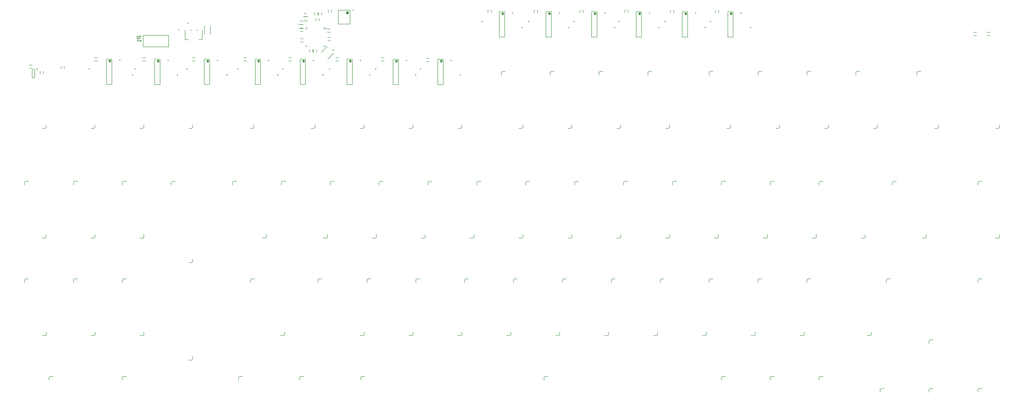
<source format=gbo>
G04*
G04 #@! TF.GenerationSoftware,Altium Limited,Altium Designer,23.5.1 (21)*
G04*
G04 Layer_Color=32896*
%FSLAX25Y25*%
%MOIN*%
G70*
G04*
G04 #@! TF.SameCoordinates,508BA793-0958-4452-B0AF-20FDD5A17331*
G04*
G04*
G04 #@! TF.FilePolarity,Positive*
G04*
G01*
G75*
%ADD10C,0.00984*%
%ADD11C,0.01000*%
%ADD12C,0.00787*%
%ADD33C,0.01968*%
%ADD88C,0.02362*%
%ADD89C,0.00500*%
D10*
X483273Y548140D02*
G03*
X483273Y548140I-492J0D01*
G01*
X998846Y621054D02*
G03*
X998846Y621054I-492J0D01*
G01*
X1083922Y598731D02*
G03*
X1083922Y598731I-492J0D01*
G01*
X290339Y605429D02*
G03*
X290339Y605429I-492J0D01*
G01*
X544138Y625516D02*
G03*
X544138Y625516I-492J0D01*
G01*
X503090Y597449D02*
G03*
X503090Y597449I-492J0D01*
G01*
X513641Y564149D02*
G03*
X513641Y564149I-492J0D01*
G01*
X58906Y535087D02*
G03*
X58906Y535087I-492J0D01*
G01*
X205602Y525817D02*
G03*
X205602Y525817I-492J0D01*
G01*
X1092212Y608180D02*
G03*
X1092212Y608180I-492J0D01*
G01*
X1153636Y598731D02*
G03*
X1153636Y598731I-492J0D01*
G01*
X1139275Y621054D02*
G03*
X1139275Y621054I-492J0D01*
G01*
X1022498Y608180D02*
G03*
X1022498Y608180I-492J0D01*
G01*
X1069560Y621054D02*
G03*
X1069560Y621054I-492J0D01*
G01*
X951783Y608180D02*
G03*
X951783Y608180I-492J0D01*
G01*
X1013207Y598731D02*
G03*
X1013207Y598731I-492J0D01*
G01*
X883069Y608180D02*
G03*
X883069Y608180I-492J0D01*
G01*
X945270Y598731D02*
G03*
X945270Y598731I-492J0D01*
G01*
X930391Y621054D02*
G03*
X930391Y621054I-492J0D01*
G01*
X813354Y608180D02*
G03*
X813354Y608180I-492J0D01*
G01*
X874778Y598731D02*
G03*
X874778Y598731I-492J0D01*
G01*
X860417Y621054D02*
G03*
X860417Y621054I-492J0D01*
G01*
X741640Y608180D02*
G03*
X741640Y608180I-492J0D01*
G01*
X803064Y598731D02*
G03*
X803064Y598731I-492J0D01*
G01*
X788702Y621054D02*
G03*
X788702Y621054I-492J0D01*
G01*
X708778Y525817D02*
G03*
X708778Y525817I-492J0D01*
G01*
X694416Y548140D02*
G03*
X694416Y548140I-492J0D01*
G01*
X647354Y535266D02*
G03*
X647354Y535266I-492J0D01*
G01*
X640063Y525817D02*
G03*
X640063Y525817I-492J0D01*
G01*
X578639Y535266D02*
G03*
X578639Y535266I-492J0D01*
G01*
X625702Y548140D02*
G03*
X625702Y548140I-492J0D01*
G01*
X569349Y525817D02*
G03*
X569349Y525817I-492J0D01*
G01*
X507925Y535266D02*
G03*
X507925Y535266I-492J0D01*
G01*
X554987Y548140D02*
G03*
X554987Y548140I-492J0D01*
G01*
X497634Y525817D02*
G03*
X497634Y525817I-492J0D01*
G01*
X436210Y535266D02*
G03*
X436210Y535266I-492J0D01*
G01*
X367181D02*
G03*
X367181Y535266I-492J0D01*
G01*
X428605Y525817D02*
G03*
X428605Y525817I-492J0D01*
G01*
X414244Y548140D02*
G03*
X414244Y548140I-492J0D01*
G01*
X350576Y525817D02*
G03*
X350576Y525817I-492J0D01*
G01*
X289153Y535266D02*
G03*
X289153Y535266I-492J0D01*
G01*
X336215Y548140D02*
G03*
X336215Y548140I-492J0D01*
G01*
X274548Y525817D02*
G03*
X274548Y525817I-492J0D01*
G01*
X209529Y535266D02*
G03*
X209529Y535266I-492J0D01*
G01*
X260187Y548140D02*
G03*
X260187Y548140I-492J0D01*
G01*
X139095Y535266D02*
G03*
X139095Y535266I-492J0D01*
G01*
X186093Y548348D02*
G03*
X186093Y548348I-492J0D01*
G01*
D11*
X218050Y585350D02*
X212052D01*
Y582351D01*
X213052Y581352D01*
X215051D01*
X216051Y582351D01*
Y585350D01*
X218050Y579352D02*
Y577353D01*
Y578353D01*
X212052D01*
X213052Y579352D01*
D12*
X470559Y511053D02*
Y550029D01*
X462301Y511053D02*
X470559D01*
X462301D02*
Y550029D01*
X470559D01*
X491461Y608933D02*
Y613067D01*
X486539Y608933D02*
Y613067D01*
X460114Y603456D02*
X467225D01*
X460114Y597132D02*
X467225D01*
X467114Y615456D02*
X474225D01*
X467114Y609132D02*
X474225D01*
X1495089Y591483D02*
X1500061D01*
X1495089Y586512D02*
X1500061D01*
X1515819Y586516D02*
X1520791D01*
X1515819Y591487D02*
X1520791D01*
X977874Y622943D02*
X986132D01*
X977874Y583967D02*
Y622943D01*
Y583967D02*
X986132D01*
Y622943D01*
X375933Y547539D02*
X380067D01*
X375933Y552461D02*
X380067D01*
X221512Y569142D02*
X260488D01*
Y586858D01*
X221512Y569142D02*
Y586858D01*
X260488D01*
X285811Y594701D02*
X286598D01*
X293291D02*
X295654D01*
X302346D02*
X304709D01*
X311402D02*
X312189D01*
Y580134D02*
Y594701D01*
X285811Y580134D02*
X291126D01*
X306874D02*
X312189D01*
X285811D02*
Y594701D01*
X315429Y588492D02*
Y601508D01*
X324705Y588492D02*
Y601508D01*
X274819Y595000D02*
X277181D01*
X482541Y561027D02*
Y565162D01*
X487462Y561027D02*
Y565162D01*
X461602Y608755D02*
X465736D01*
X461602Y603833D02*
X465736D01*
X504209Y591442D02*
X508343D01*
X504209Y596363D02*
X508343D01*
X504933Y583461D02*
X509067D01*
X504933Y578539D02*
X509067D01*
X538724Y604039D02*
Y625299D01*
X520614Y604039D02*
Y625299D01*
X538724D01*
X520614Y604039D02*
X538724D01*
X462269Y597699D02*
X466403D01*
X462269Y592778D02*
X466403D01*
X462933Y581461D02*
X467067D01*
X462933Y576539D02*
X467067D01*
X476712Y561027D02*
Y565161D01*
X481633Y561027D02*
Y565161D01*
X490539Y617933D02*
Y622067D01*
X495461Y617933D02*
Y622067D01*
X489461Y617933D02*
Y622067D01*
X484539Y617933D02*
Y622067D01*
X505539Y621933D02*
Y626067D01*
X510461Y621933D02*
Y626067D01*
X468027Y620755D02*
X472161D01*
X468027Y615834D02*
X472161D01*
X497874Y569299D02*
X500039D01*
Y571464D01*
X471299Y569299D02*
X473464D01*
X471299D02*
Y571464D01*
Y595874D02*
Y598039D01*
X473464D01*
X497874D02*
X500039D01*
Y595874D02*
Y598039D01*
X504867Y550439D02*
X513775Y559347D01*
X494706Y560600D02*
X503614Y569508D01*
X891539Y621508D02*
Y625642D01*
X896461Y621508D02*
Y625642D01*
X95539Y535358D02*
Y539492D01*
X100461Y535358D02*
Y539492D01*
X51031Y534102D02*
X54969D01*
X51031Y521898D02*
X54969D01*
Y534102D01*
X51031Y521898D02*
Y534102D01*
X296933Y552461D02*
X301067D01*
X296933Y547539D02*
X301067D01*
X63539Y527508D02*
Y531642D01*
X68461Y527508D02*
Y531642D01*
X46911Y536062D02*
X51045D01*
X46911Y540984D02*
X51045D01*
X1118303Y622943D02*
X1126561D01*
X1118303Y583967D02*
Y622943D01*
Y583967D02*
X1126561D01*
Y622943D01*
X1104461Y621358D02*
Y625492D01*
X1099539Y621358D02*
Y625492D01*
X1048589Y622943D02*
X1056846D01*
X1048589Y583967D02*
Y622943D01*
Y583967D02*
X1056846D01*
Y622943D01*
X1035461Y621358D02*
Y625492D01*
X1030539Y621358D02*
Y625492D01*
X965461Y621933D02*
Y626067D01*
X960539Y621933D02*
Y626067D01*
X909420Y622943D02*
X917677D01*
X909420Y583967D02*
Y622943D01*
Y583967D02*
X917677D01*
Y622943D01*
X826461Y621508D02*
Y625642D01*
X821539Y621508D02*
Y625642D01*
X839445Y622943D02*
X847703D01*
X839445Y583967D02*
Y622943D01*
Y583967D02*
X847703D01*
Y622943D01*
X755461Y621933D02*
Y626067D01*
X750539Y621933D02*
Y626067D01*
X767731Y622943D02*
X775988D01*
X767731Y583967D02*
Y622943D01*
Y583967D02*
X775988D01*
Y622943D01*
X655933Y551461D02*
X660067D01*
X655933Y546539D02*
X660067D01*
X673445Y550029D02*
X681702D01*
X673445Y511053D02*
Y550029D01*
Y511053D02*
X681702D01*
Y550029D01*
X604730D02*
X612988D01*
X604730Y511053D02*
Y550029D01*
Y511053D02*
X612988D01*
Y550029D01*
X586933Y552461D02*
X591067D01*
X586933Y547539D02*
X591067D01*
X534016Y550029D02*
X542273D01*
X534016Y511053D02*
Y550029D01*
Y511053D02*
X542273D01*
Y550029D01*
X516933Y552461D02*
X521067D01*
X516933Y547539D02*
X521067D01*
X444933Y552461D02*
X449067D01*
X444933Y547539D02*
X449067D01*
X393273Y550029D02*
X401530D01*
X393273Y511053D02*
Y550029D01*
Y511053D02*
X401530D01*
Y550029D01*
X315244D02*
X323501D01*
X315244Y511053D02*
Y550029D01*
Y511053D02*
X323501D01*
Y550029D01*
X239215D02*
X247472D01*
X239215Y511053D02*
Y550029D01*
Y511053D02*
X247472D01*
Y550029D01*
X220933Y552461D02*
X225067D01*
X220933Y547539D02*
X225067D01*
X146933Y552461D02*
X151067D01*
X146933Y547539D02*
X151067D01*
X165121Y550238D02*
X173379D01*
X165121Y511262D02*
Y550238D01*
Y511262D02*
X173379D01*
Y550238D01*
D33*
X468590Y547077D02*
G03*
X468590Y547077I-984J0D01*
G01*
X984163Y619991D02*
G03*
X984163Y619991I-984J0D01*
G01*
X1124592D02*
G03*
X1124592Y619991I-984J0D01*
G01*
X1054878D02*
G03*
X1054878Y619991I-984J0D01*
G01*
X915709D02*
G03*
X915709Y619991I-984J0D01*
G01*
X845734D02*
G03*
X845734Y619991I-984J0D01*
G01*
X774020D02*
G03*
X774020Y619991I-984J0D01*
G01*
X679734Y547077D02*
G03*
X679734Y547077I-984J0D01*
G01*
X611019D02*
G03*
X611019Y547077I-984J0D01*
G01*
X540305D02*
G03*
X540305Y547077I-984J0D01*
G01*
X399561D02*
G03*
X399561Y547077I-984J0D01*
G01*
X321533D02*
G03*
X321533Y547077I-984J0D01*
G01*
X245504D02*
G03*
X245504Y547077I-984J0D01*
G01*
X171410Y547285D02*
G03*
X171410Y547285I-984J0D01*
G01*
D88*
X535968Y621362D02*
G03*
X535968Y621362I-1181J0D01*
G01*
D89*
X1529132Y443720D02*
X1533742D01*
X1535321Y445299D01*
Y449441D01*
X1535321Y449441D02*
X1535321Y449441D01*
X1428758Y118780D02*
X1433368D01*
X1427179Y117201D02*
X1428758Y118780D01*
X1427179Y113059D02*
Y117201D01*
Y113059D02*
X1427179Y113059D01*
X1503758Y43780D02*
X1508368D01*
X1502179Y42201D02*
X1503758Y43780D01*
X1502179Y38059D02*
Y42201D01*
Y38059D02*
X1502179Y38059D01*
X1428758Y43780D02*
X1433368D01*
X1427179Y42201D02*
X1428758Y43780D01*
X1427179Y38059D02*
Y42201D01*
Y38059D02*
X1427179Y38059D01*
X1353758Y43780D02*
X1358368D01*
X1352179Y42201D02*
X1353758Y43780D01*
X1352179Y38059D02*
Y42201D01*
Y38059D02*
X1352179Y38059D01*
X1260008Y62529D02*
X1264618D01*
X1258429Y60951D02*
X1260008Y62529D01*
X1258429Y56809D02*
Y60951D01*
Y56809D02*
X1258429Y56809D01*
X1185008Y62529D02*
X1189618D01*
X1183429Y60951D02*
X1185008Y62529D01*
X1183429Y56809D02*
Y60951D01*
Y56809D02*
X1183429Y56809D01*
X1110008Y62529D02*
X1114618D01*
X1108429Y60951D02*
X1110008Y62529D01*
X1108429Y56809D02*
Y60951D01*
Y56809D02*
X1108429Y56809D01*
X838133Y62529D02*
X842743D01*
X836554Y60951D02*
X838133Y62529D01*
X836554Y56809D02*
Y60951D01*
Y56809D02*
X836554Y56809D01*
X556883Y62529D02*
X561493D01*
X555304Y60951D02*
X556883Y62529D01*
X555304Y56809D02*
Y60951D01*
Y56809D02*
X555304Y56809D01*
X463133Y62529D02*
X467743D01*
X461554Y60951D02*
X463133Y62529D01*
X461554Y56809D02*
Y60951D01*
Y56809D02*
X461554Y56809D01*
X369383Y62529D02*
X373993D01*
X367804Y60951D02*
X369383Y62529D01*
X367804Y56809D02*
Y60951D01*
Y56809D02*
X367804Y56809D01*
X191008Y62529D02*
X195618D01*
X189429Y60951D02*
X191008Y62529D01*
X189429Y56809D02*
Y60951D01*
Y56809D02*
X189429Y56809D01*
X78758Y62529D02*
X83368D01*
X77179Y60951D02*
X78758Y62529D01*
X77179Y56809D02*
Y60951D01*
Y56809D02*
X77179Y56809D01*
X66632Y124970D02*
X71242D01*
X72821Y126549D01*
Y130691D01*
X72821Y130691D02*
X72821Y130691D01*
X141382Y124970D02*
X145992D01*
X147571Y126549D01*
Y130691D01*
X147571Y130691D02*
X147571Y130691D01*
X216382Y124970D02*
X220992D01*
X222571Y126549D01*
Y130691D01*
X222571Y130691D02*
X222571Y130691D01*
X291382Y87471D02*
X295992D01*
X297571Y89049D01*
Y93191D01*
X297571Y93191D02*
X297571Y93191D01*
X432257Y124970D02*
X436867D01*
X438446Y126549D01*
Y130691D01*
X438446Y130691D02*
X438446Y130691D01*
X554132Y124970D02*
X558742D01*
X560321Y126549D01*
Y130691D01*
X560321Y130691D02*
X560321Y130691D01*
X629132Y124970D02*
X633742D01*
X635321Y126549D01*
Y130691D01*
X635321Y130691D02*
X635321Y130691D01*
X704132Y124970D02*
X708742D01*
X710321Y126549D01*
Y130691D01*
X710321Y130691D02*
X710321Y130691D01*
X779132Y124970D02*
X783742D01*
X785321Y126549D01*
Y130691D01*
X785321Y130691D02*
X785321Y130691D01*
X854132Y124970D02*
X858742D01*
X860321Y126549D01*
Y130691D01*
X860321Y130691D02*
X860321Y130691D01*
X929132Y124970D02*
X933742D01*
X935321Y126549D01*
Y130691D01*
X935321Y130691D02*
X935321Y130691D01*
X1004132Y124970D02*
X1008742D01*
X1010321Y126549D01*
Y130691D01*
X1010321Y130691D02*
X1010321Y130691D01*
X1079132Y124970D02*
X1083742D01*
X1085321Y126549D01*
Y130691D01*
X1085321Y130691D02*
X1085321Y130691D01*
X1154132Y124970D02*
X1158742D01*
X1160321Y126549D01*
Y130691D01*
X1160321Y130691D02*
X1160321Y130691D01*
X1229132Y124970D02*
X1233742D01*
X1235321Y126549D01*
Y130691D01*
X1235321Y130691D02*
X1235321Y130691D01*
X1332257Y124970D02*
X1336867D01*
X1338446Y126549D01*
Y130691D01*
X1338446Y130691D02*
X1338446Y130691D01*
X1503758Y212529D02*
X1508368D01*
X1502179Y210951D02*
X1503758Y212529D01*
X1502179Y206809D02*
Y210951D01*
Y206809D02*
X1502179Y206809D01*
X1363133Y212529D02*
X1367743D01*
X1361554Y210951D02*
X1363133Y212529D01*
X1361554Y206809D02*
Y210951D01*
Y206809D02*
X1361554Y206809D01*
X1241258Y212529D02*
X1245868D01*
X1239679Y210951D02*
X1241258Y212529D01*
X1239679Y206809D02*
Y210951D01*
Y206809D02*
X1239679Y206809D01*
X1166258Y212529D02*
X1170868D01*
X1164679Y210951D02*
X1166258Y212529D01*
X1164679Y206809D02*
Y210951D01*
Y206809D02*
X1164679Y206809D01*
X1091258Y212529D02*
X1095868D01*
X1089679Y210951D02*
X1091258Y212529D01*
X1089679Y206809D02*
Y210951D01*
Y206809D02*
X1089679Y206809D01*
X1016258Y212529D02*
X1020868D01*
X1014679Y210951D02*
X1016258Y212529D01*
X1014679Y206809D02*
Y210951D01*
Y206809D02*
X1014679Y206809D01*
X941258Y212529D02*
X945868D01*
X939679Y210951D02*
X941258Y212529D01*
X939679Y206809D02*
Y210951D01*
Y206809D02*
X939679Y206809D01*
X866258Y212529D02*
X870868D01*
X864679Y210951D02*
X866258Y212529D01*
X864679Y206809D02*
Y210951D01*
Y206809D02*
X864679Y206809D01*
X791258Y212529D02*
X795868D01*
X789679Y210951D02*
X791258Y212529D01*
X789679Y206809D02*
Y210951D01*
Y206809D02*
X789679Y206809D01*
X716258Y212529D02*
X720868D01*
X714679Y210951D02*
X716258Y212529D01*
X714679Y206809D02*
Y210951D01*
Y206809D02*
X714679Y206809D01*
X641258Y212529D02*
X645868D01*
X639679Y210951D02*
X641258Y212529D01*
X639679Y206809D02*
Y210951D01*
Y206809D02*
X639679Y206809D01*
X566258Y212529D02*
X570868D01*
X564679Y210951D02*
X566258Y212529D01*
X564679Y206809D02*
Y210951D01*
Y206809D02*
X564679Y206809D01*
X491258Y212529D02*
X495868D01*
X489679Y210951D02*
X491258Y212529D01*
X489679Y206809D02*
Y210951D01*
Y206809D02*
X489679Y206809D01*
X388133Y212529D02*
X392743D01*
X386554Y210951D02*
X388133Y212529D01*
X386554Y206809D02*
Y210951D01*
Y206809D02*
X386554Y206809D01*
X191008Y212529D02*
X195618D01*
X189429Y210951D02*
X191008Y212529D01*
X189429Y206809D02*
Y210951D01*
Y206809D02*
X189429Y206809D01*
X116008Y212549D02*
X120618D01*
X114429Y210970D02*
X116008Y212549D01*
X114429Y206829D02*
Y210970D01*
Y206829D02*
X114429Y206829D01*
X41258Y212529D02*
X45868D01*
X39679Y210951D02*
X41258Y212529D01*
X39679Y206809D02*
Y210951D01*
Y206809D02*
X39679Y206809D01*
X66382Y274971D02*
X70992D01*
X72571Y276549D01*
Y280691D01*
X72571Y280691D02*
X72571Y280691D01*
X141382Y274971D02*
X145992D01*
X147571Y276549D01*
Y280691D01*
X147571Y280691D02*
X147571Y280691D01*
X216382Y274971D02*
X220992D01*
X222571Y276549D01*
Y280691D01*
X222571Y280691D02*
X222571Y280691D01*
X291382Y237471D02*
X295992D01*
X297571Y239049D01*
Y243191D01*
X297571Y243191D02*
X297571Y243191D01*
X404132Y274971D02*
X408742D01*
X410321Y276549D01*
Y280691D01*
X410321Y280691D02*
X410321Y280691D01*
X497882Y274971D02*
X502492D01*
X504071Y276549D01*
Y280691D01*
X504071Y280691D02*
X504071Y280691D01*
X572882Y274971D02*
X577492D01*
X579071Y276549D01*
Y280691D01*
X579071Y280691D02*
X579071Y280691D01*
X647882Y274971D02*
X652492D01*
X654071Y276549D01*
Y280691D01*
X654071Y280691D02*
X654071Y280691D01*
X722882Y274971D02*
X727492D01*
X729071Y276549D01*
Y280691D01*
X729071Y280691D02*
X729071Y280691D01*
X797882Y274971D02*
X802492D01*
X804071Y276549D01*
Y280691D01*
X804071Y280691D02*
X804071Y280691D01*
X872882Y274971D02*
X877492D01*
X879071Y276549D01*
Y280691D01*
X879071Y280691D02*
X879071Y280691D01*
X947882Y274971D02*
X952492D01*
X954071Y276549D01*
Y280691D01*
X954071Y280691D02*
X954071Y280691D01*
X1022882Y274971D02*
X1027492D01*
X1029071Y276549D01*
Y280691D01*
X1029071Y280691D02*
X1029071Y280691D01*
X1097882Y274971D02*
X1102492D01*
X1104071Y276549D01*
Y280691D01*
X1104071Y280691D02*
X1104071Y280691D01*
X1172882Y274971D02*
X1177492D01*
X1179071Y276549D01*
Y280691D01*
X1179071Y280691D02*
X1179071Y280691D01*
X1247882Y274971D02*
X1252492D01*
X1254071Y276549D01*
Y280691D01*
X1254071Y280691D02*
X1254071Y280691D01*
X1322882Y274971D02*
X1327492D01*
X1329071Y276549D01*
Y280691D01*
X1329071Y280691D02*
X1329071Y280691D01*
X1416632Y274971D02*
X1421242D01*
X1422821Y276549D01*
Y280691D01*
X1422821Y280691D02*
X1422821Y280691D01*
X1529132Y274971D02*
X1533742D01*
X1535321Y276549D01*
Y280691D01*
X1535321Y280691D02*
X1535321Y280691D01*
X1503758Y362529D02*
X1508368D01*
X1502179Y360951D02*
X1503758Y362529D01*
X1502179Y356809D02*
Y360951D01*
Y356809D02*
X1502179Y356809D01*
X1372508Y362529D02*
X1377118D01*
X1370929Y360951D02*
X1372508Y362529D01*
X1370929Y356809D02*
Y360951D01*
Y356809D02*
X1370929Y356809D01*
X1260008Y362529D02*
X1264618D01*
X1258429Y360951D02*
X1260008Y362529D01*
X1258429Y356809D02*
Y360951D01*
Y356809D02*
X1258429Y356809D01*
X1185008Y362529D02*
X1189618D01*
X1183429Y360951D02*
X1185008Y362529D01*
X1183429Y356809D02*
Y360951D01*
Y356809D02*
X1183429Y356809D01*
X1110008Y362529D02*
X1114618D01*
X1108429Y360951D02*
X1110008Y362529D01*
X1108429Y356809D02*
Y360951D01*
Y356809D02*
X1108429Y356809D01*
X1035008Y362529D02*
X1039618D01*
X1033429Y360951D02*
X1035008Y362529D01*
X1033429Y356809D02*
Y360951D01*
Y356809D02*
X1033429Y356809D01*
X960008Y362529D02*
X964618D01*
X958429Y360951D02*
X960008Y362529D01*
X958429Y356809D02*
Y360951D01*
Y356809D02*
X958429Y356809D01*
X885008Y362529D02*
X889618D01*
X883429Y360951D02*
X885008Y362529D01*
X883429Y356809D02*
Y360951D01*
Y356809D02*
X883429Y356809D01*
X810008Y362529D02*
X814618D01*
X808429Y360951D02*
X810008Y362529D01*
X808429Y356809D02*
Y360951D01*
Y356809D02*
X808429Y356809D01*
X735008Y362529D02*
X739618D01*
X733429Y360951D02*
X735008Y362529D01*
X733429Y356809D02*
Y360951D01*
Y356809D02*
X733429Y356809D01*
X660008Y362529D02*
X664618D01*
X658429Y360951D02*
X660008Y362529D01*
X658429Y356809D02*
Y360951D01*
Y356809D02*
X658429Y356809D01*
X585008Y362529D02*
X589618D01*
X583429Y360951D02*
X585008Y362529D01*
X583429Y356809D02*
Y360951D01*
Y356809D02*
X583429Y356809D01*
X510008Y362529D02*
X514618D01*
X508429Y360951D02*
X510008Y362529D01*
X508429Y356809D02*
Y360951D01*
Y356809D02*
X508429Y356809D01*
X435008Y362529D02*
X439618D01*
X433429Y360951D02*
X435008Y362529D01*
X433429Y356809D02*
Y360951D01*
Y356809D02*
X433429Y356809D01*
X360008Y362529D02*
X364618D01*
X358429Y360951D02*
X360008Y362529D01*
X358429Y356809D02*
Y360951D01*
Y356809D02*
X358429Y356809D01*
X266008Y362529D02*
X270618D01*
X264429Y360951D02*
X266008Y362529D01*
X264429Y356809D02*
Y360951D01*
Y356809D02*
X264429Y356809D01*
X191008Y362529D02*
X195618D01*
X189429Y360951D02*
X191008Y362529D01*
X189429Y356809D02*
Y360951D01*
Y356809D02*
X189429Y356809D01*
X116008Y362529D02*
X120618D01*
X114429Y360951D02*
X116008Y362529D01*
X114429Y356809D02*
Y360951D01*
Y356809D02*
X114429Y356809D01*
X41008Y362529D02*
X45618D01*
X39429Y360951D02*
X41008Y362529D01*
X39429Y356809D02*
Y360951D01*
Y356809D02*
X39429Y356809D01*
X66382Y443720D02*
X70992D01*
X72571Y445299D01*
Y449441D01*
X72571Y449441D02*
X72571Y449441D01*
X141382Y443720D02*
X145992D01*
X147571Y445299D01*
Y449441D01*
X147571Y449441D02*
X147571Y449441D01*
X216382Y443720D02*
X220992D01*
X222571Y445299D01*
Y449441D01*
X222571Y449441D02*
X222571Y449441D01*
X291382Y443720D02*
X295992D01*
X297571Y445299D01*
Y449441D01*
X297571Y449441D02*
X297571Y449441D01*
X385382Y443720D02*
X389992D01*
X391571Y445299D01*
Y449441D01*
X391571Y449441D02*
X391571Y449441D01*
X479132Y443720D02*
X483742D01*
X485321Y445299D01*
Y449441D01*
X485321Y449441D02*
X485321Y449441D01*
X554132Y443720D02*
X558742D01*
X560321Y445299D01*
Y449441D01*
X560321Y449441D02*
X560321Y449441D01*
X629132Y443720D02*
X633742D01*
X635321Y445299D01*
Y449441D01*
X635321Y449441D02*
X635321Y449441D01*
X704132Y443720D02*
X708742D01*
X710321Y445299D01*
Y449441D01*
X710321Y449441D02*
X710321Y449441D01*
X797882Y443720D02*
X802492D01*
X804071Y445299D01*
Y449441D01*
X804071Y449441D02*
X804071Y449441D01*
X872882Y443720D02*
X877492D01*
X879071Y445299D01*
Y449441D01*
X879071Y449441D02*
X879071Y449441D01*
X947882Y443720D02*
X952492D01*
X954071Y445299D01*
Y449441D01*
X954071Y449441D02*
X954071Y449441D01*
X1022882Y443720D02*
X1027492D01*
X1029071Y445299D01*
Y449441D01*
X1029071Y449441D02*
X1029071Y449441D01*
X1116632Y443720D02*
X1121242D01*
X1122821Y445299D01*
Y449441D01*
X1122821Y449441D02*
X1122821Y449441D01*
X1191632Y443720D02*
X1196242D01*
X1197821Y445299D01*
Y449441D01*
X1197821Y449441D02*
X1197821Y449441D01*
X1266632Y443720D02*
X1271242D01*
X1272821Y445299D01*
Y449441D01*
X1272821Y449441D02*
X1272821Y449441D01*
X1341632Y443720D02*
X1346242D01*
X1347821Y445299D01*
Y449441D01*
X1347821Y449441D02*
X1347821Y449441D01*
X1435382Y443720D02*
X1439992D01*
X1441571Y445299D01*
Y449441D01*
X1441571Y449441D02*
X1441571Y449441D01*
X1410008Y531280D02*
X1414618D01*
X1408429Y529701D02*
X1410008Y531280D01*
X1408429Y525559D02*
Y529701D01*
Y525559D02*
X1408429Y525559D01*
X1316258Y531280D02*
X1320868D01*
X1314679Y529701D02*
X1316258Y531280D01*
X1314679Y525559D02*
Y529701D01*
Y525559D02*
X1314679Y525559D01*
X1241258Y531280D02*
X1245868D01*
X1239679Y529701D02*
X1241258Y531280D01*
X1239679Y525559D02*
Y529701D01*
Y525559D02*
X1239679Y525559D01*
X1166258Y531280D02*
X1170868D01*
X1164679Y529701D02*
X1166258Y531280D01*
X1164679Y525559D02*
Y529701D01*
Y525559D02*
X1164679Y525559D01*
X1091258Y531280D02*
X1095868D01*
X1089679Y529701D02*
X1091258Y531280D01*
X1089679Y525559D02*
Y529701D01*
Y525559D02*
X1089679Y525559D01*
X997508Y531280D02*
X1002118D01*
X995929Y529701D02*
X997508Y531280D01*
X995929Y525559D02*
Y529701D01*
Y525559D02*
X995929Y525559D01*
X922508Y531280D02*
X927118D01*
X920929Y529701D02*
X922508Y531280D01*
X920929Y525559D02*
Y529701D01*
Y525559D02*
X920929Y525559D01*
X847508Y531280D02*
X852118D01*
X845929Y529701D02*
X847508Y531280D01*
X845929Y525559D02*
Y529701D01*
Y525559D02*
X845929Y525559D01*
X772508Y531280D02*
X777118D01*
X770929Y529701D02*
X772508Y531280D01*
X770929Y525559D02*
Y529701D01*
Y525559D02*
X770929Y525559D01*
M02*

</source>
